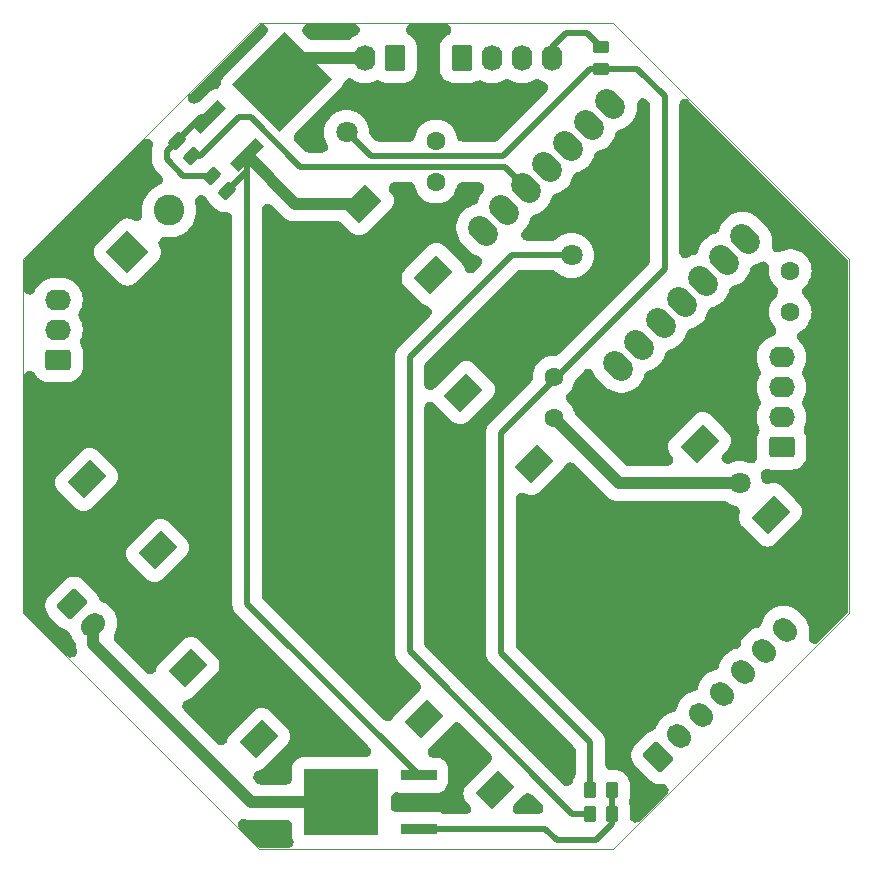
<source format=gbr>
%TF.GenerationSoftware,KiCad,Pcbnew,8.0.1*%
%TF.CreationDate,2024-05-24T22:02:00-04:00*%
%TF.ProjectId,MainPCBV3,4d61696e-5043-4425-9633-2e6b69636164,rev?*%
%TF.SameCoordinates,PX7270e00PY7bfa480*%
%TF.FileFunction,Copper,L1,Top*%
%TF.FilePolarity,Positive*%
%FSLAX45Y45*%
G04 Gerber Fmt 4.5, Leading zero omitted, Abs format (unit mm)*
G04 Created by KiCad (PCBNEW 8.0.1) date 2024-05-24 22:02:00*
%MOMM*%
%LPD*%
G01*
G04 APERTURE LIST*
G04 Aperture macros list*
%AMRoundRect*
0 Rectangle with rounded corners*
0 $1 Rounding radius*
0 $2 $3 $4 $5 $6 $7 $8 $9 X,Y pos of 4 corners*
0 Add a 4 corners polygon primitive as box body*
4,1,4,$2,$3,$4,$5,$6,$7,$8,$9,$2,$3,0*
0 Add four circle primitives for the rounded corners*
1,1,$1+$1,$2,$3*
1,1,$1+$1,$4,$5*
1,1,$1+$1,$6,$7*
1,1,$1+$1,$8,$9*
0 Add four rect primitives between the rounded corners*
20,1,$1+$1,$2,$3,$4,$5,0*
20,1,$1+$1,$4,$5,$6,$7,0*
20,1,$1+$1,$6,$7,$8,$9,0*
20,1,$1+$1,$8,$9,$2,$3,0*%
%AMHorizOval*
0 Thick line with rounded ends*
0 $1 width*
0 $2 $3 position (X,Y) of the first rounded end (center of the circle)*
0 $4 $5 position (X,Y) of the second rounded end (center of the circle)*
0 Add line between two ends*
20,1,$1,$2,$3,$4,$5,0*
0 Add two circle primitives to create the rounded ends*
1,1,$1,$2,$3*
1,1,$1,$4,$5*%
%AMRotRect*
0 Rectangle, with rotation*
0 The origin of the aperture is its center*
0 $1 length*
0 $2 width*
0 $3 Rotation angle, in degrees counterclockwise*
0 Add horizontal line*
21,1,$1,$2,0,0,$3*%
G04 Aperture macros list end*
%TA.AperFunction,ComponentPad*%
%ADD10C,1.600000*%
%TD*%
%TA.AperFunction,ComponentPad*%
%ADD11RotRect,2.600000X2.600000X45.000000*%
%TD*%
%TA.AperFunction,ComponentPad*%
%ADD12C,2.600000*%
%TD*%
%TA.AperFunction,ComponentPad*%
%ADD13RoundRect,0.250000X0.159099X-1.035911X1.035911X-0.159099X-0.159099X1.035911X-1.035911X0.159099X0*%
%TD*%
%TA.AperFunction,ComponentPad*%
%ADD14HorizOval,1.740000X-0.159099X0.159099X0.159099X-0.159099X0*%
%TD*%
%TA.AperFunction,ComponentPad*%
%ADD15HorizOval,1.998980X0.264918X-0.264918X-0.264918X0.264918X0*%
%TD*%
%TA.AperFunction,ComponentPad*%
%ADD16RotRect,2.748280X1.998980X45.000000*%
%TD*%
%TA.AperFunction,ComponentPad*%
%ADD17RoundRect,0.250000X0.845000X-0.620000X0.845000X0.620000X-0.845000X0.620000X-0.845000X-0.620000X0*%
%TD*%
%TA.AperFunction,ComponentPad*%
%ADD18O,2.190000X1.740000*%
%TD*%
%TA.AperFunction,SMDPad,CuDef*%
%ADD19RoundRect,0.250000X0.262500X0.450000X-0.262500X0.450000X-0.262500X-0.450000X0.262500X-0.450000X0*%
%TD*%
%TA.AperFunction,SMDPad,CuDef*%
%ADD20RoundRect,0.250000X-0.503814X-0.132583X-0.132583X-0.503814X0.503814X0.132583X0.132583X0.503814X0*%
%TD*%
%TA.AperFunction,SMDPad,CuDef*%
%ADD21RoundRect,0.250000X0.450000X-0.262500X0.450000X0.262500X-0.450000X0.262500X-0.450000X-0.262500X0*%
%TD*%
%TA.AperFunction,SMDPad,CuDef*%
%ADD22R,3.020000X0.970000*%
%TD*%
%TA.AperFunction,SMDPad,CuDef*%
%ADD23R,6.320000X5.670000*%
%TD*%
%TA.AperFunction,SMDPad,CuDef*%
%ADD24RotRect,3.020000X0.970000X225.000000*%
%TD*%
%TA.AperFunction,SMDPad,CuDef*%
%ADD25RotRect,6.320000X5.670000X45.000000*%
%TD*%
%TA.AperFunction,ComponentPad*%
%ADD26RoundRect,0.250000X-1.035911X-0.159099X-0.159099X-1.035911X1.035911X0.159099X0.159099X1.035911X0*%
%TD*%
%TA.AperFunction,ComponentPad*%
%ADD27HorizOval,1.740000X-0.159099X-0.159099X0.159099X0.159099X0*%
%TD*%
%TA.AperFunction,ComponentPad*%
%ADD28RoundRect,0.250000X0.620000X0.845000X-0.620000X0.845000X-0.620000X-0.845000X0.620000X-0.845000X0*%
%TD*%
%TA.AperFunction,ComponentPad*%
%ADD29O,1.740000X2.190000*%
%TD*%
%TA.AperFunction,ComponentPad*%
%ADD30RoundRect,0.250000X-0.620000X-0.845000X0.620000X-0.845000X0.620000X0.845000X-0.620000X0.845000X0*%
%TD*%
%TA.AperFunction,ViaPad*%
%ADD31C,1.800000*%
%TD*%
%TA.AperFunction,Conductor*%
%ADD32C,0.500000*%
%TD*%
%TA.AperFunction,Conductor*%
%ADD33C,1.000000*%
%TD*%
%TA.AperFunction,Profile*%
%ADD34C,0.100000*%
%TD*%
G04 APERTURE END LIST*
D10*
X6500000Y4900000D03*
X6500000Y4550000D03*
D11*
X887868Y5058579D03*
D12*
X1241421Y5412132D03*
D13*
X5381580Y781579D03*
D14*
X5561185Y961185D03*
X5740790Y1140790D03*
X5920395Y1320395D03*
X6100000Y1500000D03*
X6279605Y1679605D03*
X6459210Y1859210D03*
D15*
X4977715Y6314990D03*
X4798109Y6135385D03*
X4618504Y5955780D03*
X4438899Y5776175D03*
X4259294Y5596570D03*
X4079689Y5416965D03*
X3900084Y5237360D03*
X5043091Y4094353D03*
X5222696Y4273958D03*
X5402301Y4453563D03*
X5581906Y4633168D03*
X5761511Y4812773D03*
X5941116Y4992378D03*
X6120721Y5171983D03*
D16*
X542753Y3133794D03*
X1143794Y2532753D03*
X2876206Y5467247D03*
X3477247Y4866206D03*
X1398959Y1533794D03*
X2000000Y932753D03*
X3732412Y3867247D03*
X4333452Y3266206D03*
X3398959Y1101041D03*
X4000000Y500000D03*
X5732412Y3434493D03*
X6333452Y2833452D03*
D17*
X300000Y4146000D03*
D18*
X300000Y4400000D03*
X300000Y4654000D03*
D19*
X4991250Y300000D03*
X4808750Y300000D03*
D20*
X1308750Y6000000D03*
X1437797Y5870953D03*
D21*
X4900000Y6608750D03*
X4900000Y6791250D03*
D19*
X4991250Y500000D03*
X4808750Y500000D03*
D20*
X1600000Y5700000D03*
X1729047Y5570953D03*
D22*
X3353000Y171400D03*
X3353000Y628600D03*
D23*
X2700000Y400000D03*
D24*
X1576615Y6199904D03*
X1899904Y5876615D03*
D25*
X2200000Y6500000D03*
D17*
X6426200Y3403600D03*
D18*
X6426200Y3657600D03*
X6426200Y3911600D03*
X6426200Y4165600D03*
D26*
X420395Y2079605D03*
D27*
X600000Y1900000D03*
D28*
X3154000Y6700000D03*
D29*
X2900000Y6700000D03*
D30*
X3719000Y6698000D03*
D29*
X3973000Y6698000D03*
X4227000Y6698000D03*
X4481000Y6698000D03*
D10*
X3500000Y6000000D03*
X3500000Y5650000D03*
X4500000Y3650000D03*
X4500000Y4000000D03*
D31*
X4648200Y5029200D03*
X6070600Y3098800D03*
X2743200Y6070600D03*
D32*
X4653000Y300000D02*
X4808750Y300000D01*
X4648200Y5029200D02*
X4140200Y5029200D01*
X4140200Y5029200D02*
X3276600Y4165600D01*
X3276600Y4165600D02*
X3276600Y1676400D01*
X3276600Y1676400D02*
X4653000Y300000D01*
X4805350Y6608750D02*
X4900000Y6608750D01*
X2743200Y6070600D02*
X2946400Y5867400D01*
X2946400Y5867400D02*
X4064000Y5867400D01*
X4064000Y5867400D02*
X4805350Y6608750D01*
D33*
X2700000Y400000D02*
X1936800Y400000D01*
X1936800Y400000D02*
X600000Y1736800D01*
X600000Y1736800D02*
X600000Y1900000D01*
D32*
X4808750Y500000D02*
X4808750Y906250D01*
X4049997Y3529495D02*
X5435600Y4915097D01*
X4808750Y906250D02*
X4049997Y1665002D01*
X4049997Y1665002D02*
X4049997Y3529495D01*
X5435600Y4915097D02*
X5435600Y6375400D01*
X5202250Y6608750D02*
X4900000Y6608750D01*
X5435600Y6375400D02*
X5202250Y6608750D01*
X1437797Y5870953D02*
X1502153Y5870953D01*
X1930400Y6197600D02*
X2353000Y5775000D01*
X1502153Y5870953D02*
X1828800Y6197600D01*
X1828800Y6197600D02*
X1930400Y6197600D01*
X4080864Y5775000D02*
X4259294Y5596570D01*
X2353000Y5775000D02*
X4080864Y5775000D01*
X1308750Y6000000D02*
X1219200Y5910450D01*
X1219200Y5910450D02*
X1219200Y5842000D01*
X1219200Y5842000D02*
X1361200Y5700000D01*
X1361200Y5700000D02*
X1600000Y5700000D01*
X1576615Y6199904D02*
X1508654Y6199904D01*
X1508654Y6199904D02*
X1308750Y6000000D01*
X3353000Y628600D02*
X1899904Y2081696D01*
X1899904Y2081696D02*
X1899904Y5876615D01*
X4991250Y300000D02*
X4991250Y216050D01*
X4991250Y216050D02*
X4851400Y76200D01*
X4851400Y76200D02*
X4521200Y76200D01*
X4521200Y76200D02*
X4426000Y171400D01*
X4426000Y171400D02*
X3353000Y171400D01*
X4991250Y500000D02*
X4991250Y300000D01*
D33*
X5051200Y3098800D02*
X6070600Y3098800D01*
X4500000Y3650000D02*
X5051200Y3098800D01*
D32*
X4481000Y6698000D02*
X4481000Y6792400D01*
X4481000Y6792400D02*
X4597400Y6908800D01*
X4597400Y6908800D02*
X4782450Y6908800D01*
X4782450Y6908800D02*
X4900000Y6791250D01*
D33*
X2900000Y6700000D02*
X2400000Y6700000D01*
D32*
X2400000Y6700000D02*
X2200000Y6500000D01*
D33*
X2876206Y5467247D02*
X2309272Y5467247D01*
X2309272Y5467247D02*
X1899904Y5876615D01*
D32*
X1899904Y5876615D02*
X1899904Y5741810D01*
X1899904Y5741810D02*
X1729047Y5570953D01*
%TA.AperFunction,NonConductor*%
G36*
X2820091Y6987929D02*
G01*
X2833010Y6982029D01*
X2843744Y6972728D01*
X2851423Y6960779D01*
X2855424Y6947151D01*
X2855424Y6932948D01*
X2851423Y6919321D01*
X2843744Y6907372D01*
X2833010Y6898071D01*
X2825128Y6893949D01*
X2819702Y6891701D01*
X2817091Y6890620D01*
X2795859Y6878361D01*
X2795857Y6878360D01*
X2776406Y6863434D01*
X2775264Y6862433D01*
X2763362Y6854683D01*
X2749758Y6850601D01*
X2742363Y6850050D01*
X2459003Y6850050D01*
X2444944Y6852071D01*
X2432025Y6857971D01*
X2423718Y6864665D01*
X2383618Y6904765D01*
X2375107Y6916135D01*
X2370143Y6929443D01*
X2369130Y6943610D01*
X2372149Y6957488D01*
X2378956Y6969954D01*
X2388999Y6979997D01*
X2401464Y6986804D01*
X2415343Y6989823D01*
X2418903Y6989950D01*
X2806032Y6989950D01*
X2820091Y6987929D01*
G37*
%TD.AperFunction*%
%TA.AperFunction,NonConductor*%
G36*
X2041118Y6987929D02*
G01*
X2054037Y6982029D01*
X2064771Y6972728D01*
X2072450Y6960779D01*
X2076451Y6947151D01*
X2076451Y6932948D01*
X2072450Y6919321D01*
X2064771Y6907372D01*
X2062344Y6904765D01*
X1701240Y6543662D01*
X1701240Y6543661D01*
X1693548Y6534469D01*
X1693548Y6534469D01*
X1683674Y6516678D01*
X1677582Y6497263D01*
X1676270Y6484362D01*
X1672837Y6470580D01*
X1665660Y6458324D01*
X1655321Y6448586D01*
X1642657Y6442155D01*
X1631675Y6439766D01*
X1628850Y6439479D01*
X1628849Y6439479D01*
X1628849Y6439479D01*
X1624224Y6438028D01*
X1609434Y6433387D01*
X1591643Y6423513D01*
X1591643Y6423512D01*
X1582452Y6415822D01*
X1501340Y6334711D01*
X1489970Y6326200D01*
X1481134Y6322794D01*
X1481236Y6322480D01*
X1479371Y6321875D01*
X1479371Y6321875D01*
X1476973Y6321096D01*
X1464800Y6317140D01*
X1450805Y6314718D01*
X1436694Y6316337D01*
X1423612Y6321866D01*
X1412616Y6330857D01*
X1404600Y6342581D01*
X1400211Y6356089D01*
X1399805Y6370286D01*
X1403416Y6384023D01*
X1410750Y6396185D01*
X1414095Y6399882D01*
X1989547Y6975335D01*
X2000918Y6983846D01*
X2014225Y6988810D01*
X2024832Y6989950D01*
X2027059Y6989950D01*
X2041118Y6987929D01*
G37*
%TD.AperFunction*%
%TA.AperFunction,NonConductor*%
G36*
X3594880Y6987929D02*
G01*
X3607800Y6982029D01*
X3618534Y6972728D01*
X3626212Y6960779D01*
X3630214Y6947151D01*
X3630214Y6932948D01*
X3626212Y6919321D01*
X3618534Y6907372D01*
X3607800Y6898071D01*
X3601458Y6894617D01*
X3595038Y6891701D01*
X3576535Y6878882D01*
X3576534Y6878881D01*
X3560619Y6862966D01*
X3560618Y6862965D01*
X3547799Y6844462D01*
X3539399Y6825968D01*
X3538490Y6823968D01*
X3532990Y6802141D01*
X3531950Y6788922D01*
X3531950Y6788922D01*
X3531950Y6607079D01*
X3531950Y6607077D01*
X3532990Y6593859D01*
X3532990Y6593859D01*
X3538490Y6572032D01*
X3547799Y6551538D01*
X3560618Y6533035D01*
X3560619Y6533034D01*
X3576534Y6517119D01*
X3576535Y6517118D01*
X3595037Y6504299D01*
X3598477Y6502737D01*
X3615532Y6494990D01*
X3637359Y6489490D01*
X3650578Y6488450D01*
X3787422Y6488450D01*
X3800641Y6489490D01*
X3822468Y6494990D01*
X3842963Y6504299D01*
X3842963Y6504299D01*
X3844792Y6505337D01*
X3858016Y6510517D01*
X3872165Y6511762D01*
X3886091Y6508970D01*
X3888552Y6507931D01*
X3888583Y6508005D01*
X3890092Y6507380D01*
X3890092Y6507380D01*
X3912746Y6497997D01*
X3936430Y6491650D01*
X3960740Y6488450D01*
X3960740Y6488450D01*
X3985260Y6488450D01*
X3985260Y6488450D01*
X4009570Y6491650D01*
X4033254Y6497997D01*
X4055908Y6507380D01*
X4075050Y6518432D01*
X4088235Y6523711D01*
X4102374Y6525061D01*
X4116321Y6522373D01*
X4124950Y6518432D01*
X4144092Y6507380D01*
X4144092Y6507380D01*
X4144092Y6507380D01*
X4166746Y6497997D01*
X4190430Y6491650D01*
X4214740Y6488450D01*
X4214740Y6488450D01*
X4239260Y6488450D01*
X4239260Y6488450D01*
X4263570Y6491650D01*
X4287254Y6497997D01*
X4309908Y6507380D01*
X4329050Y6518432D01*
X4342236Y6523711D01*
X4356374Y6525061D01*
X4370321Y6522373D01*
X4378950Y6518432D01*
X4398092Y6507380D01*
X4398092Y6507380D01*
X4398092Y6507380D01*
X4420342Y6498164D01*
X4432556Y6490917D01*
X4442235Y6480522D01*
X4448592Y6467821D01*
X4451114Y6453844D01*
X4449596Y6439722D01*
X4444161Y6426600D01*
X4436530Y6416778D01*
X4026818Y6007065D01*
X4015448Y5998554D01*
X4002140Y5993590D01*
X3991533Y5992450D01*
X3726198Y5992450D01*
X3712139Y5994471D01*
X3699220Y6000371D01*
X3688486Y6009672D01*
X3680807Y6021621D01*
X3677549Y6031246D01*
X3674756Y6043483D01*
X3672533Y6053219D01*
X3672201Y6054067D01*
X3662674Y6078340D01*
X3662674Y6078340D01*
X3649181Y6101710D01*
X3643575Y6108740D01*
X3632356Y6122808D01*
X3612574Y6141163D01*
X3590278Y6156365D01*
X3590278Y6156365D01*
X3590277Y6156365D01*
X3581943Y6160379D01*
X3565965Y6168073D01*
X3565965Y6168074D01*
X3565964Y6168074D01*
X3565964Y6168074D01*
X3540177Y6176028D01*
X3540177Y6176028D01*
X3540177Y6176028D01*
X3529580Y6177625D01*
X3513493Y6180050D01*
X3486507Y6180050D01*
X3474146Y6178187D01*
X3459823Y6176028D01*
X3444858Y6171412D01*
X3434036Y6168074D01*
X3434035Y6168074D01*
X3434035Y6168073D01*
X3409723Y6156365D01*
X3409722Y6156365D01*
X3387426Y6141163D01*
X3367644Y6122808D01*
X3350819Y6101711D01*
X3350818Y6101709D01*
X3337326Y6078340D01*
X3337325Y6078340D01*
X3327467Y6053220D01*
X3322451Y6031246D01*
X3317352Y6017990D01*
X3308725Y6006707D01*
X3297269Y5998312D01*
X3283911Y5993485D01*
X3273802Y5992450D01*
X3018867Y5992450D01*
X3004808Y5994471D01*
X2991889Y6000371D01*
X2983582Y6007065D01*
X2947950Y6042697D01*
X2939439Y6054067D01*
X2934475Y6067375D01*
X2933462Y6074421D01*
X2931796Y6097716D01*
X2926017Y6124280D01*
X2916517Y6149751D01*
X2916517Y6149752D01*
X2903489Y6173611D01*
X2903489Y6173611D01*
X2887197Y6195374D01*
X2887197Y6195375D01*
X2887196Y6195375D01*
X2867975Y6214597D01*
X2867974Y6214597D01*
X2867974Y6214597D01*
X2846211Y6230889D01*
X2846211Y6230889D01*
X2822351Y6243917D01*
X2796880Y6253418D01*
X2770317Y6259196D01*
X2770316Y6259196D01*
X2770316Y6259196D01*
X2743200Y6261135D01*
X2716084Y6259196D01*
X2716084Y6259196D01*
X2716083Y6259196D01*
X2689520Y6253418D01*
X2664048Y6243917D01*
X2640189Y6230889D01*
X2618425Y6214597D01*
X2599203Y6195375D01*
X2582911Y6173611D01*
X2569883Y6149752D01*
X2560382Y6124280D01*
X2554604Y6097717D01*
X2554604Y6097716D01*
X2554604Y6097716D01*
X2552665Y6070600D01*
X2554534Y6044468D01*
X2554604Y6043483D01*
X2560382Y6016920D01*
X2568212Y5995928D01*
X2569883Y5991449D01*
X2579211Y5974366D01*
X2579485Y5973864D01*
X2584448Y5960557D01*
X2585461Y5946390D01*
X2582442Y5932512D01*
X2575635Y5920046D01*
X2565592Y5910003D01*
X2553127Y5903196D01*
X2539248Y5900177D01*
X2535688Y5900050D01*
X2425467Y5900050D01*
X2411408Y5902071D01*
X2398489Y5907971D01*
X2390182Y5914665D01*
X2308919Y5995928D01*
X2300407Y6007298D01*
X2295444Y6020606D01*
X2294431Y6034773D01*
X2297450Y6048651D01*
X2304257Y6061117D01*
X2308919Y6066498D01*
X2503557Y6261135D01*
X2698760Y6456339D01*
X2706451Y6465531D01*
X2716326Y6483322D01*
X2720106Y6495367D01*
X2726243Y6508175D01*
X2735740Y6518736D01*
X2747828Y6526193D01*
X2761527Y6529943D01*
X2775727Y6529682D01*
X2789279Y6525430D01*
X2795441Y6521918D01*
X2795857Y6521641D01*
X2795858Y6521640D01*
X2795859Y6521639D01*
X2795860Y6521639D01*
X2817091Y6509380D01*
X2817092Y6509380D01*
X2817092Y6509380D01*
X2839746Y6499997D01*
X2863430Y6493650D01*
X2887740Y6490450D01*
X2887740Y6490450D01*
X2912260Y6490450D01*
X2912260Y6490450D01*
X2936570Y6493650D01*
X2960254Y6499997D01*
X2982908Y6509380D01*
X2982908Y6509380D01*
X2984417Y6510005D01*
X2984551Y6509682D01*
X2995001Y6513094D01*
X3009198Y6513520D01*
X3022939Y6509930D01*
X3028208Y6507337D01*
X3030037Y6506299D01*
X3050532Y6496990D01*
X3072359Y6491490D01*
X3085578Y6490450D01*
X3222422Y6490450D01*
X3235641Y6491490D01*
X3257468Y6496990D01*
X3277963Y6506299D01*
X3296465Y6519118D01*
X3312382Y6535035D01*
X3325201Y6553537D01*
X3334510Y6574032D01*
X3340010Y6595859D01*
X3341050Y6609078D01*
X3341050Y6790922D01*
X3340010Y6804141D01*
X3334510Y6825968D01*
X3326109Y6844462D01*
X3325201Y6846462D01*
X3312382Y6864965D01*
X3312381Y6864966D01*
X3296466Y6880881D01*
X3296465Y6880882D01*
X3277963Y6893701D01*
X3277417Y6893948D01*
X3275945Y6894617D01*
X3263981Y6902271D01*
X3254658Y6912986D01*
X3248732Y6925894D01*
X3246682Y6939948D01*
X3248674Y6954010D01*
X3254548Y6966942D01*
X3263827Y6977695D01*
X3275759Y6985398D01*
X3289379Y6989427D01*
X3296581Y6989950D01*
X3580822Y6989950D01*
X3594880Y6987929D01*
G37*
%TD.AperFunction*%
%TA.AperFunction,NonConductor*%
G36*
X6287878Y4975879D02*
G01*
X6300502Y4969371D01*
X6310781Y4959570D01*
X6317883Y4947270D01*
X6321232Y4933467D01*
X6321318Y4924995D01*
X6319777Y4904425D01*
X6319445Y4900000D01*
X6321462Y4873090D01*
X6321462Y4873089D01*
X6327467Y4846780D01*
X6337325Y4821661D01*
X6337326Y4821660D01*
X6350818Y4798291D01*
X6350819Y4798289D01*
X6367644Y4777192D01*
X6367644Y4777192D01*
X6367644Y4777192D01*
X6368826Y4776095D01*
X6384470Y4761579D01*
X6393401Y4750535D01*
X6398858Y4737423D01*
X6400400Y4723304D01*
X6397902Y4709322D01*
X6391566Y4696611D01*
X6384470Y4688421D01*
X6367644Y4672808D01*
X6350819Y4651711D01*
X6350818Y4651710D01*
X6337326Y4628340D01*
X6337325Y4628340D01*
X6327467Y4603220D01*
X6324260Y4589169D01*
X6321462Y4576910D01*
X6319445Y4550000D01*
X6321462Y4523090D01*
X6322617Y4518028D01*
X6327467Y4496780D01*
X6337325Y4471661D01*
X6337326Y4471660D01*
X6350818Y4448291D01*
X6350819Y4448289D01*
X6367644Y4427192D01*
X6368913Y4425823D01*
X6368636Y4425566D01*
X6375282Y4417350D01*
X6380742Y4404238D01*
X6382286Y4390119D01*
X6379790Y4376137D01*
X6373456Y4363425D01*
X6363797Y4353012D01*
X6351596Y4345742D01*
X6345331Y4343609D01*
X6343447Y4343104D01*
X6343446Y4343103D01*
X6343446Y4343103D01*
X6332149Y4338424D01*
X6320791Y4333720D01*
X6299559Y4321461D01*
X6299557Y4321460D01*
X6280105Y4306533D01*
X6262767Y4289195D01*
X6247840Y4269743D01*
X6247839Y4269741D01*
X6235580Y4248509D01*
X6226196Y4225854D01*
X6219850Y4202170D01*
X6216650Y4177860D01*
X6216650Y4153340D01*
X6219850Y4129030D01*
X6224966Y4109937D01*
X6226197Y4105346D01*
X6229746Y4096776D01*
X6235580Y4082692D01*
X6246632Y4063550D01*
X6251910Y4050364D01*
X6253261Y4036226D01*
X6250573Y4022279D01*
X6246632Y4013650D01*
X6235580Y3994508D01*
X6226196Y3971854D01*
X6219850Y3948170D01*
X6216650Y3923860D01*
X6216650Y3899340D01*
X6219850Y3875030D01*
X6225464Y3854079D01*
X6226197Y3851346D01*
X6232434Y3836288D01*
X6235580Y3828692D01*
X6246632Y3809550D01*
X6251910Y3796364D01*
X6253261Y3782226D01*
X6250573Y3768279D01*
X6246632Y3759650D01*
X6235580Y3740508D01*
X6226196Y3717854D01*
X6219850Y3694170D01*
X6216650Y3669860D01*
X6216650Y3645340D01*
X6219850Y3621030D01*
X6226196Y3597346D01*
X6236205Y3573183D01*
X6235886Y3573051D01*
X6239304Y3562541D01*
X6239714Y3548344D01*
X6236107Y3534607D01*
X6233538Y3529393D01*
X6232499Y3527563D01*
X6227514Y3516588D01*
X6223190Y3507068D01*
X6217690Y3485241D01*
X6216856Y3474643D01*
X6216650Y3472022D01*
X6216650Y3335179D01*
X6216650Y3335177D01*
X6217646Y3322521D01*
X6216734Y3308347D01*
X6211865Y3295004D01*
X6203435Y3283574D01*
X6192126Y3274981D01*
X6178854Y3269923D01*
X6164695Y3268809D01*
X6150795Y3271729D01*
X6150462Y3271852D01*
X6124280Y3281618D01*
X6097717Y3287396D01*
X6097716Y3287396D01*
X6097716Y3287396D01*
X6070600Y3289335D01*
X6043484Y3287396D01*
X6043484Y3287396D01*
X6043483Y3287396D01*
X6016920Y3281618D01*
X5991448Y3272117D01*
X5990804Y3271765D01*
X5990116Y3271509D01*
X5989828Y3271377D01*
X5989818Y3271398D01*
X5977496Y3266802D01*
X5963330Y3265789D01*
X5949451Y3268809D01*
X5936986Y3275616D01*
X5926943Y3285659D01*
X5920137Y3298125D01*
X5917118Y3312004D01*
X5918132Y3326171D01*
X5923095Y3339478D01*
X5931606Y3350846D01*
X5975102Y3394343D01*
X5982793Y3403535D01*
X5992668Y3421326D01*
X5998760Y3440741D01*
X6000819Y3460985D01*
X5998760Y3481229D01*
X5992668Y3500644D01*
X5982793Y3518435D01*
X5975102Y3527627D01*
X5940188Y3562541D01*
X5825546Y3677183D01*
X5825546Y3677184D01*
X5825545Y3677184D01*
X5816353Y3684875D01*
X5816354Y3684875D01*
X5816353Y3684875D01*
X5798563Y3694750D01*
X5798562Y3694750D01*
X5779147Y3700842D01*
X5779147Y3700842D01*
X5758903Y3702900D01*
X5738660Y3700842D01*
X5719245Y3694750D01*
X5719244Y3694750D01*
X5701453Y3684875D01*
X5701452Y3684875D01*
X5692262Y3677185D01*
X5489720Y3474643D01*
X5482030Y3465452D01*
X5472155Y3447661D01*
X5472155Y3447660D01*
X5466063Y3428245D01*
X5464005Y3408001D01*
X5466063Y3387758D01*
X5469600Y3376485D01*
X5472155Y3368343D01*
X5482030Y3350551D01*
X5489721Y3341359D01*
X5489721Y3341359D01*
X5489721Y3341359D01*
X5497045Y3334035D01*
X5505557Y3322664D01*
X5510520Y3309357D01*
X5511534Y3295190D01*
X5508515Y3281312D01*
X5501708Y3268846D01*
X5491665Y3258803D01*
X5479199Y3251996D01*
X5465321Y3248977D01*
X5461761Y3248850D01*
X5134022Y3248850D01*
X5119963Y3250871D01*
X5107044Y3256771D01*
X5098737Y3263465D01*
X4686706Y3675497D01*
X4678195Y3686867D01*
X4673342Y3699677D01*
X4672533Y3703219D01*
X4662674Y3728340D01*
X4649182Y3751710D01*
X4649181Y3751711D01*
X4632356Y3772808D01*
X4624946Y3779684D01*
X4615530Y3788421D01*
X4606599Y3799465D01*
X4601142Y3812577D01*
X4599600Y3826696D01*
X4602098Y3840678D01*
X4608434Y3853389D01*
X4615530Y3861579D01*
X4632356Y3877191D01*
X4649182Y3898290D01*
X4662674Y3921660D01*
X4672533Y3946780D01*
X4677735Y3969568D01*
X4682833Y3982824D01*
X4691098Y3993749D01*
X4752608Y4055258D01*
X4763978Y4063770D01*
X4777285Y4068733D01*
X4791452Y4069746D01*
X4805331Y4066727D01*
X4817796Y4059920D01*
X4827839Y4049877D01*
X4833994Y4039069D01*
X4836840Y4032197D01*
X4849949Y4009492D01*
X4849950Y4009492D01*
X4865908Y3988694D01*
X4865909Y3988693D01*
X4865909Y3988693D01*
X4937431Y3917171D01*
X4958231Y3901211D01*
X4958231Y3901211D01*
X4958231Y3901211D01*
X4963290Y3898290D01*
X4980936Y3888102D01*
X5005157Y3878069D01*
X5030481Y3871284D01*
X5056474Y3867862D01*
X5082691Y3867862D01*
X5108684Y3871284D01*
X5134008Y3878069D01*
X5158230Y3888102D01*
X5180934Y3901211D01*
X5201734Y3917171D01*
X5220272Y3935709D01*
X5236232Y3956509D01*
X5249341Y3979214D01*
X5259374Y4003435D01*
X5263380Y4018384D01*
X5268970Y4031440D01*
X5278013Y4042393D01*
X5289776Y4050354D01*
X5298664Y4053669D01*
X5313613Y4057674D01*
X5337835Y4067707D01*
X5360540Y4080816D01*
X5381339Y4096776D01*
X5399878Y4115314D01*
X5415838Y4136114D01*
X5428946Y4158819D01*
X5438979Y4183040D01*
X5442985Y4197990D01*
X5448576Y4211046D01*
X5457618Y4221998D01*
X5469381Y4229959D01*
X5478269Y4233274D01*
X5493218Y4237280D01*
X5517440Y4247313D01*
X5540145Y4260421D01*
X5560944Y4276381D01*
X5579483Y4294920D01*
X5595443Y4315719D01*
X5608551Y4338424D01*
X5618584Y4362646D01*
X5622590Y4377595D01*
X5628181Y4390651D01*
X5637223Y4401603D01*
X5648986Y4409564D01*
X5657873Y4412879D01*
X5672823Y4416885D01*
X5697045Y4426918D01*
X5719750Y4440026D01*
X5740549Y4455986D01*
X5759088Y4474525D01*
X5775048Y4495324D01*
X5788156Y4518029D01*
X5798189Y4542251D01*
X5802195Y4557200D01*
X5807786Y4570256D01*
X5816829Y4581208D01*
X5828591Y4589169D01*
X5837479Y4592484D01*
X5852429Y4596490D01*
X5876650Y4606523D01*
X5899355Y4619632D01*
X5920155Y4635592D01*
X5938693Y4654130D01*
X5954653Y4674930D01*
X5967762Y4697634D01*
X5977794Y4721856D01*
X5981800Y4736805D01*
X5987391Y4749861D01*
X5996434Y4760813D01*
X6008196Y4768774D01*
X6017084Y4772089D01*
X6032034Y4776095D01*
X6056255Y4786128D01*
X6078960Y4799237D01*
X6099760Y4815197D01*
X6118298Y4833735D01*
X6134258Y4854535D01*
X6147367Y4877239D01*
X6157400Y4901461D01*
X6161405Y4916411D01*
X6166996Y4929466D01*
X6176039Y4940418D01*
X6187801Y4948379D01*
X6196689Y4951695D01*
X6211639Y4955700D01*
X6235860Y4965733D01*
X6246608Y4971938D01*
X6259793Y4977217D01*
X6273931Y4978567D01*
X6287878Y4975879D01*
G37*
%TD.AperFunction*%
%TA.AperFunction,NonConductor*%
G36*
X3289596Y5647929D02*
G01*
X3302515Y5642029D01*
X3313249Y5632728D01*
X3320928Y5620779D01*
X3324186Y5611154D01*
X3327467Y5596780D01*
X3337325Y5571661D01*
X3337326Y5571660D01*
X3350818Y5548291D01*
X3350819Y5548289D01*
X3367644Y5527192D01*
X3367644Y5527192D01*
X3367644Y5527192D01*
X3387426Y5508837D01*
X3409723Y5493635D01*
X3434036Y5481926D01*
X3459823Y5473972D01*
X3486507Y5469950D01*
X3486507Y5469950D01*
X3513492Y5469950D01*
X3513493Y5469950D01*
X3540177Y5473972D01*
X3565964Y5481926D01*
X3590277Y5493635D01*
X3612574Y5508837D01*
X3632356Y5527192D01*
X3649181Y5548290D01*
X3662674Y5571660D01*
X3672533Y5596780D01*
X3675814Y5611154D01*
X3680913Y5624410D01*
X3689540Y5635693D01*
X3700996Y5644088D01*
X3714354Y5648915D01*
X3724463Y5649950D01*
X3858365Y5649950D01*
X3872423Y5647929D01*
X3885343Y5642029D01*
X3896077Y5632728D01*
X3903755Y5620779D01*
X3907757Y5607151D01*
X3907757Y5592948D01*
X3903755Y5579321D01*
X3897953Y5569673D01*
X3886548Y5554809D01*
X3886547Y5554809D01*
X3873438Y5532103D01*
X3863406Y5507882D01*
X3863405Y5507882D01*
X3859400Y5492933D01*
X3853809Y5479877D01*
X3844766Y5468924D01*
X3833003Y5460964D01*
X3824116Y5457649D01*
X3809167Y5453643D01*
X3809167Y5453643D01*
X3784945Y5443610D01*
X3762240Y5430501D01*
X3762239Y5430501D01*
X3741441Y5414542D01*
X3741440Y5414541D01*
X3722903Y5396003D01*
X3722901Y5396002D01*
X3706942Y5375204D01*
X3706942Y5375203D01*
X3693833Y5352498D01*
X3683801Y5328277D01*
X3677015Y5302953D01*
X3673593Y5276960D01*
X3673593Y5250743D01*
X3677015Y5224750D01*
X3683801Y5199426D01*
X3693833Y5175205D01*
X3706942Y5152500D01*
X3706942Y5152499D01*
X3722901Y5131701D01*
X3722902Y5131700D01*
X3722902Y5131700D01*
X3794424Y5060178D01*
X3815224Y5044218D01*
X3837928Y5031109D01*
X3858971Y5022393D01*
X3871186Y5015146D01*
X3880864Y5004751D01*
X3887221Y4992050D01*
X3889743Y4978073D01*
X3888225Y4963951D01*
X3882790Y4950829D01*
X3875160Y4941008D01*
X3850562Y4916410D01*
X3826552Y4892400D01*
X3815182Y4883888D01*
X3801875Y4878925D01*
X3787708Y4877912D01*
X3773829Y4880931D01*
X3761364Y4887738D01*
X3751321Y4897781D01*
X3744514Y4910246D01*
X3743656Y4912746D01*
X3737504Y4932356D01*
X3737504Y4932356D01*
X3737503Y4932356D01*
X3727628Y4950148D01*
X3719937Y4959340D01*
X3683440Y4995837D01*
X3570381Y5108896D01*
X3570381Y5108896D01*
X3570380Y5108897D01*
X3561856Y5116029D01*
X3561188Y5116588D01*
X3543398Y5126462D01*
X3543397Y5126463D01*
X3523982Y5132554D01*
X3523982Y5132554D01*
X3503738Y5134613D01*
X3483495Y5132554D01*
X3464080Y5126463D01*
X3464079Y5126462D01*
X3446288Y5116588D01*
X3446287Y5116587D01*
X3437097Y5108897D01*
X3234555Y4906355D01*
X3226865Y4897164D01*
X3216990Y4879373D01*
X3216989Y4879372D01*
X3210898Y4859958D01*
X3208840Y4839714D01*
X3210898Y4819470D01*
X3213913Y4809860D01*
X3216990Y4800055D01*
X3226865Y4782264D01*
X3234556Y4773072D01*
X3234556Y4773071D01*
X3234556Y4773071D01*
X3384112Y4623516D01*
X3384112Y4623515D01*
X3384113Y4623515D01*
X3388753Y4619632D01*
X3393305Y4615824D01*
X3411095Y4605949D01*
X3411096Y4605949D01*
X3411096Y4605949D01*
X3411096Y4605949D01*
X3411097Y4605949D01*
X3430706Y4599796D01*
X3443515Y4593659D01*
X3454075Y4584162D01*
X3461533Y4572074D01*
X3465282Y4558375D01*
X3465021Y4544174D01*
X3460769Y4530623D01*
X3452871Y4518818D01*
X3451052Y4516900D01*
X3181217Y4247065D01*
X3181217Y4247065D01*
X3171198Y4233274D01*
X3169648Y4231141D01*
X3169647Y4231140D01*
X3160712Y4213603D01*
X3160712Y4213603D01*
X3156997Y4202170D01*
X3155843Y4198619D01*
X3155843Y4198618D01*
X3154629Y4194883D01*
X3154629Y4194882D01*
X3151550Y4175442D01*
X3151550Y1666558D01*
X3154629Y1647117D01*
X3154629Y1647117D01*
X3160711Y1628399D01*
X3160712Y1628397D01*
X3166144Y1617736D01*
X3169648Y1610859D01*
X3181217Y1594935D01*
X3181217Y1594935D01*
X3360363Y1415790D01*
X3368874Y1404420D01*
X3373838Y1391112D01*
X3374851Y1376945D01*
X3371832Y1363067D01*
X3365025Y1350601D01*
X3359549Y1344556D01*
X3359591Y1344514D01*
X3156268Y1141190D01*
X3148577Y1131999D01*
X3137474Y1111995D01*
X3137166Y1112166D01*
X3131983Y1103680D01*
X3121465Y1094135D01*
X3108684Y1087941D01*
X3094676Y1085598D01*
X3080575Y1087296D01*
X3067524Y1092899D01*
X3058247Y1100200D01*
X2039569Y2118878D01*
X2031058Y2130248D01*
X2026094Y2143556D01*
X2024954Y2154163D01*
X2024954Y5418893D01*
X2026975Y5432951D01*
X2032875Y5445871D01*
X2042176Y5456605D01*
X2054125Y5464283D01*
X2067752Y5468285D01*
X2081955Y5468285D01*
X2095583Y5464283D01*
X2107531Y5456605D01*
X2110136Y5454179D01*
X2188034Y5376281D01*
X2211521Y5352795D01*
X2230628Y5338912D01*
X2237732Y5335293D01*
X2251673Y5328190D01*
X2274135Y5320891D01*
X2297463Y5317197D01*
X2321081Y5317197D01*
X2669762Y5317197D01*
X2683820Y5315175D01*
X2696740Y5309275D01*
X2705046Y5302581D01*
X2783071Y5224557D01*
X2783072Y5224556D01*
X2783072Y5224556D01*
X2783073Y5224555D01*
X2792264Y5216865D01*
X2810054Y5206990D01*
X2810055Y5206990D01*
X2810055Y5206990D01*
X2829470Y5200898D01*
X2829470Y5200898D01*
X2831529Y5200689D01*
X2849714Y5198840D01*
X2869958Y5200898D01*
X2889373Y5206990D01*
X2907164Y5216865D01*
X2916356Y5224556D01*
X3118896Y5427096D01*
X3126588Y5436288D01*
X3136463Y5454080D01*
X3142554Y5473495D01*
X3144613Y5493738D01*
X3142554Y5513982D01*
X3136463Y5533397D01*
X3126588Y5551189D01*
X3118897Y5560381D01*
X3114512Y5564765D01*
X3106000Y5576136D01*
X3101037Y5589443D01*
X3100024Y5603610D01*
X3103043Y5617488D01*
X3109849Y5629954D01*
X3119892Y5639997D01*
X3132358Y5646804D01*
X3146237Y5649823D01*
X3149796Y5649950D01*
X3275537Y5649950D01*
X3289596Y5647929D01*
G37*
%TD.AperFunction*%
%TA.AperFunction,NonConductor*%
G36*
X1071944Y6016478D02*
G01*
X1084410Y6009671D01*
X1094453Y5999628D01*
X1101260Y5987162D01*
X1104279Y5973284D01*
X1103266Y5959117D01*
X1101964Y5954304D01*
X1097229Y5939733D01*
X1094150Y5920292D01*
X1094150Y5832158D01*
X1097229Y5812717D01*
X1097229Y5812717D01*
X1103311Y5793999D01*
X1103312Y5793997D01*
X1111158Y5778599D01*
X1112248Y5776459D01*
X1123817Y5760535D01*
X1123817Y5760535D01*
X1175613Y5708740D01*
X1184125Y5697370D01*
X1189088Y5684062D01*
X1190101Y5669895D01*
X1187082Y5656017D01*
X1180275Y5643551D01*
X1170232Y5633508D01*
X1157767Y5626701D01*
X1156369Y5626203D01*
X1153196Y5625126D01*
X1126150Y5611789D01*
X1126149Y5611788D01*
X1101076Y5595035D01*
X1101075Y5595034D01*
X1078402Y5575151D01*
X1058519Y5552478D01*
X1058518Y5552477D01*
X1041765Y5527405D01*
X1041765Y5527404D01*
X1028427Y5500357D01*
X1018733Y5471802D01*
X1018733Y5471801D01*
X1012850Y5442225D01*
X1012082Y5430501D01*
X1010878Y5412132D01*
X1012850Y5382040D01*
X1012850Y5382040D01*
X1012850Y5382039D01*
X1012981Y5381381D01*
X1013011Y5380814D01*
X1013063Y5380420D01*
X1013033Y5380416D01*
X1013741Y5367199D01*
X1010474Y5353376D01*
X1003446Y5341034D01*
X993225Y5331172D01*
X980640Y5324589D01*
X966710Y5321819D01*
X952563Y5323085D01*
X939823Y5328017D01*
X939355Y5328277D01*
X927527Y5334842D01*
X908112Y5340934D01*
X908111Y5340934D01*
X887868Y5342992D01*
X867625Y5340934D01*
X867624Y5340934D01*
X848209Y5334842D01*
X830418Y5324967D01*
X821226Y5317276D01*
X821225Y5317276D01*
X629171Y5125222D01*
X629170Y5125220D01*
X621480Y5116030D01*
X621479Y5116029D01*
X611604Y5098238D01*
X605513Y5078822D01*
X605513Y5078822D01*
X603454Y5058579D01*
X605513Y5038335D01*
X605513Y5038335D01*
X611604Y5018920D01*
X621157Y5001710D01*
X621479Y5001128D01*
X629170Y4991936D01*
X629171Y4991936D01*
X629171Y4991936D01*
X821225Y4799882D01*
X821226Y4799881D01*
X830417Y4792191D01*
X830418Y4792190D01*
X830418Y4792190D01*
X848209Y4782315D01*
X867624Y4776223D01*
X887868Y4774165D01*
X908112Y4776223D01*
X927527Y4782315D01*
X945318Y4792190D01*
X954510Y4799881D01*
X1146566Y4991936D01*
X1154257Y5001128D01*
X1164132Y5018920D01*
X1170223Y5038335D01*
X1172282Y5058579D01*
X1170223Y5078822D01*
X1164132Y5098237D01*
X1157306Y5110534D01*
X1152251Y5123807D01*
X1151140Y5137966D01*
X1154063Y5151865D01*
X1160784Y5164378D01*
X1170757Y5174490D01*
X1183176Y5181383D01*
X1197033Y5184498D01*
X1209706Y5183749D01*
X1209709Y5183774D01*
X1210063Y5183728D01*
X1210672Y5183691D01*
X1210929Y5183640D01*
X1211329Y5183561D01*
X1241421Y5181588D01*
X1271513Y5183561D01*
X1301091Y5189444D01*
X1329647Y5199138D01*
X1356693Y5212475D01*
X1381768Y5229230D01*
X1398736Y5244111D01*
X1404441Y5249113D01*
X1412516Y5258322D01*
X1424324Y5271786D01*
X1441078Y5296860D01*
X1454416Y5323907D01*
X1464109Y5352463D01*
X1469993Y5382040D01*
X1471965Y5412132D01*
X1469993Y5442224D01*
X1464109Y5471801D01*
X1462755Y5475792D01*
X1460150Y5489754D01*
X1461584Y5503884D01*
X1466941Y5517038D01*
X1475787Y5528150D01*
X1487405Y5536320D01*
X1500854Y5540885D01*
X1515045Y5541477D01*
X1528827Y5538046D01*
X1531659Y5536789D01*
X1532264Y5536498D01*
X1532265Y5536497D01*
X1535242Y5535380D01*
X1547694Y5528548D01*
X1557716Y5518485D01*
X1564427Y5506196D01*
X1565544Y5503219D01*
X1565544Y5503218D01*
X1577089Y5483896D01*
X1577089Y5483895D01*
X1585700Y5473813D01*
X1585701Y5473812D01*
X1585701Y5473812D01*
X1631906Y5427607D01*
X1641989Y5418995D01*
X1661312Y5407450D01*
X1661313Y5407450D01*
X1661313Y5407450D01*
X1682386Y5399541D01*
X1682386Y5399541D01*
X1682386Y5399541D01*
X1704534Y5395522D01*
X1704534Y5395522D01*
X1724954Y5395522D01*
X1739012Y5393500D01*
X1751932Y5387600D01*
X1762666Y5378299D01*
X1770344Y5366351D01*
X1774346Y5352723D01*
X1774854Y5345622D01*
X1774854Y2071854D01*
X1777933Y2052414D01*
X1777933Y2052413D01*
X1784015Y2033695D01*
X1784016Y2033693D01*
X1790966Y2020052D01*
X1792951Y2016156D01*
X1804521Y2000232D01*
X1804521Y2000231D01*
X2936018Y868735D01*
X2944530Y857364D01*
X2949493Y844057D01*
X2950506Y829890D01*
X2947487Y816012D01*
X2940680Y803546D01*
X2930637Y793503D01*
X2918172Y786696D01*
X2904293Y783677D01*
X2900733Y783550D01*
X2378197Y783550D01*
X2366258Y782489D01*
X2346695Y776891D01*
X2346694Y776890D01*
X2328659Y767470D01*
X2328659Y767470D01*
X2312889Y754611D01*
X2312889Y754611D01*
X2300030Y738841D01*
X2300030Y738841D01*
X2290610Y720806D01*
X2290609Y720805D01*
X2285011Y701242D01*
X2285011Y701242D01*
X2283950Y689304D01*
X2283950Y689303D01*
X2283950Y599950D01*
X2281929Y585892D01*
X2276029Y572972D01*
X2266728Y562238D01*
X2254779Y554559D01*
X2241152Y550558D01*
X2234050Y550050D01*
X2019622Y550050D01*
X2005563Y552071D01*
X1992644Y557971D01*
X1984337Y564665D01*
X1967059Y581943D01*
X1958548Y593313D01*
X1953584Y606621D01*
X1952571Y620788D01*
X1955590Y634666D01*
X1962397Y647132D01*
X1972440Y657175D01*
X1984906Y663982D01*
X1992299Y666107D01*
X1993751Y666405D01*
X1993752Y666405D01*
X2013167Y672497D01*
X2030958Y682372D01*
X2040150Y690063D01*
X2242691Y892603D01*
X2250382Y901795D01*
X2260257Y919586D01*
X2266348Y939001D01*
X2268407Y959245D01*
X2266348Y979489D01*
X2260257Y998904D01*
X2250382Y1016695D01*
X2242691Y1025887D01*
X2206134Y1062445D01*
X2093135Y1175444D01*
X2093134Y1175444D01*
X2093134Y1175444D01*
X2090070Y1178008D01*
X2083942Y1183135D01*
X2066151Y1193010D01*
X2066150Y1193011D01*
X2046735Y1199102D01*
X2046736Y1199102D01*
X2026492Y1201160D01*
X2006248Y1199102D01*
X1986833Y1193011D01*
X1986832Y1193010D01*
X1969042Y1183136D01*
X1969041Y1183135D01*
X1959850Y1175445D01*
X1757308Y972903D01*
X1749618Y963712D01*
X1739743Y945921D01*
X1739743Y945920D01*
X1733651Y926505D01*
X1733353Y925051D01*
X1728542Y911688D01*
X1720162Y900220D01*
X1708890Y891579D01*
X1695641Y886463D01*
X1681487Y885287D01*
X1667574Y888146D01*
X1655031Y894810D01*
X1649190Y899813D01*
X1366019Y1182984D01*
X1357507Y1194354D01*
X1352544Y1207662D01*
X1351530Y1221829D01*
X1354549Y1235707D01*
X1361356Y1248173D01*
X1371399Y1258216D01*
X1383865Y1265023D01*
X1391259Y1267147D01*
X1392710Y1267446D01*
X1392711Y1267446D01*
X1412126Y1273537D01*
X1429918Y1283412D01*
X1439110Y1291103D01*
X1641650Y1493644D01*
X1649341Y1502836D01*
X1659216Y1520627D01*
X1665308Y1540042D01*
X1667366Y1560286D01*
X1665308Y1580530D01*
X1659216Y1599945D01*
X1649341Y1617736D01*
X1641650Y1626928D01*
X1606350Y1662228D01*
X1492094Y1776484D01*
X1492093Y1776485D01*
X1492093Y1776485D01*
X1487954Y1779948D01*
X1482901Y1784176D01*
X1465110Y1794051D01*
X1465109Y1794051D01*
X1445694Y1800143D01*
X1445695Y1800143D01*
X1425451Y1802201D01*
X1405207Y1800143D01*
X1385793Y1794051D01*
X1385791Y1794051D01*
X1368001Y1784176D01*
X1368000Y1784176D01*
X1358809Y1776486D01*
X1156268Y1573944D01*
X1148578Y1564753D01*
X1138702Y1546962D01*
X1138702Y1546961D01*
X1132611Y1527546D01*
X1132312Y1526092D01*
X1127502Y1512728D01*
X1119121Y1501261D01*
X1107850Y1492620D01*
X1094600Y1487504D01*
X1080446Y1486328D01*
X1066534Y1489187D01*
X1053991Y1495850D01*
X1048149Y1500854D01*
X786204Y1762798D01*
X777693Y1774169D01*
X772729Y1787476D01*
X771716Y1801643D01*
X774735Y1815521D01*
X778274Y1823033D01*
X784030Y1833002D01*
X793413Y1855656D01*
X799759Y1879340D01*
X802960Y1903650D01*
X802960Y1928170D01*
X799759Y1952480D01*
X793413Y1976164D01*
X784030Y1998817D01*
X771770Y2020052D01*
X763912Y2030293D01*
X756844Y2039504D01*
X756843Y2039506D01*
X739506Y2056843D01*
X739504Y2056844D01*
X720052Y2071770D01*
X698817Y2084030D01*
X674655Y2094038D01*
X674787Y2094357D01*
X664932Y2099377D01*
X654605Y2109128D01*
X647444Y2121393D01*
X645577Y2126889D01*
X645017Y2128918D01*
X639523Y2143556D01*
X637108Y2149991D01*
X634615Y2154163D01*
X625563Y2169314D01*
X625563Y2169314D01*
X625563Y2169315D01*
X616951Y2179398D01*
X616950Y2179399D01*
X520189Y2276159D01*
X520187Y2276162D01*
X510104Y2284773D01*
X501251Y2290063D01*
X490781Y2296318D01*
X483756Y2298954D01*
X469708Y2304227D01*
X469707Y2304227D01*
X447559Y2308246D01*
X425050Y2308246D01*
X413976Y2306237D01*
X402902Y2304227D01*
X402902Y2304227D01*
X381828Y2296318D01*
X381828Y2296318D01*
X362506Y2284773D01*
X362505Y2284773D01*
X352423Y2276162D01*
X352421Y2276160D01*
X223841Y2147580D01*
X223838Y2147577D01*
X215227Y2137495D01*
X203682Y2118171D01*
X195773Y2097098D01*
X195773Y2097098D01*
X195773Y2097098D01*
X191754Y2074950D01*
X191754Y2052440D01*
X195156Y2033693D01*
X195773Y2030293D01*
X195773Y2030292D01*
X203682Y2009219D01*
X203682Y2009219D01*
X215227Y1989897D01*
X215227Y1989896D01*
X215227Y1989896D01*
X223839Y1979812D01*
X223840Y1979811D01*
X223840Y1979811D01*
X320601Y1883051D01*
X320603Y1883049D01*
X324945Y1879340D01*
X330685Y1874437D01*
X350009Y1862892D01*
X371083Y1854983D01*
X371083Y1854983D01*
X373111Y1854423D01*
X386125Y1848735D01*
X397009Y1839610D01*
X404882Y1827789D01*
X405888Y1825315D01*
X405962Y1825345D01*
X415970Y1801183D01*
X420088Y1794051D01*
X428230Y1779948D01*
X432924Y1773831D01*
X439638Y1765080D01*
X446593Y1752696D01*
X449777Y1738855D01*
X449950Y1734703D01*
X449950Y1724991D01*
X453645Y1701663D01*
X453645Y1701663D01*
X457326Y1690334D01*
X459748Y1676339D01*
X458129Y1662228D01*
X452600Y1649146D01*
X443609Y1638151D01*
X431885Y1630134D01*
X418377Y1625745D01*
X404180Y1625339D01*
X390443Y1628950D01*
X378281Y1636284D01*
X374583Y1639629D01*
X24665Y1989547D01*
X16154Y2000918D01*
X11190Y2014225D01*
X10050Y2024832D01*
X10050Y2506262D01*
X875387Y2506262D01*
X877446Y2486018D01*
X877446Y2486018D01*
X883537Y2466603D01*
X893412Y2448812D01*
X901103Y2439619D01*
X901104Y2439619D01*
X901104Y2439619D01*
X1050660Y2290063D01*
X1050660Y2290063D01*
X1050660Y2290063D01*
X1050661Y2290062D01*
X1059852Y2282372D01*
X1077643Y2272497D01*
X1077643Y2272497D01*
X1077644Y2272497D01*
X1097059Y2266405D01*
X1097059Y2266405D01*
X1099117Y2266196D01*
X1117302Y2264346D01*
X1137546Y2266405D01*
X1156961Y2272497D01*
X1174753Y2282372D01*
X1177622Y2284773D01*
X1183944Y2290062D01*
X1183944Y2290062D01*
X1183945Y2290063D01*
X1386485Y2492603D01*
X1394176Y2501795D01*
X1404051Y2519586D01*
X1410143Y2539001D01*
X1412201Y2559245D01*
X1410143Y2579489D01*
X1404051Y2598904D01*
X1394176Y2616695D01*
X1386485Y2625887D01*
X1386485Y2625888D01*
X1236929Y2775444D01*
X1236928Y2775444D01*
X1236928Y2775444D01*
X1227736Y2783135D01*
X1227736Y2783135D01*
X1227736Y2783135D01*
X1209945Y2793010D01*
X1209944Y2793011D01*
X1190530Y2799102D01*
X1190530Y2799102D01*
X1170286Y2801160D01*
X1150042Y2799102D01*
X1130628Y2793011D01*
X1130626Y2793010D01*
X1112836Y2783136D01*
X1112835Y2783135D01*
X1103644Y2775445D01*
X901103Y2572903D01*
X893412Y2563712D01*
X883537Y2545921D01*
X883537Y2545920D01*
X877446Y2526505D01*
X875387Y2506262D01*
X10050Y2506262D01*
X10050Y3107302D01*
X274346Y3107302D01*
X276405Y3087059D01*
X279830Y3076143D01*
X282497Y3067644D01*
X292372Y3049852D01*
X300063Y3040660D01*
X300063Y3040660D01*
X300063Y3040660D01*
X449619Y2891104D01*
X449619Y2891104D01*
X449619Y2891103D01*
X449620Y2891103D01*
X458812Y2883412D01*
X476602Y2873538D01*
X476602Y2873538D01*
X476603Y2873537D01*
X496018Y2867446D01*
X496018Y2867446D01*
X498076Y2867236D01*
X516262Y2865387D01*
X536506Y2867446D01*
X555920Y2873537D01*
X573712Y2883412D01*
X582904Y2891103D01*
X785444Y3093644D01*
X793135Y3102836D01*
X803010Y3120627D01*
X809102Y3140042D01*
X811160Y3160286D01*
X809102Y3180530D01*
X803010Y3199945D01*
X793135Y3217736D01*
X785444Y3226928D01*
X748907Y3263465D01*
X635888Y3376484D01*
X635888Y3376485D01*
X635887Y3376485D01*
X626695Y3384176D01*
X626695Y3384176D01*
X626695Y3384176D01*
X608905Y3394051D01*
X608903Y3394051D01*
X589489Y3400143D01*
X589489Y3400143D01*
X569245Y3402201D01*
X549001Y3400143D01*
X529587Y3394051D01*
X529586Y3394051D01*
X511795Y3384176D01*
X511794Y3384176D01*
X502604Y3376486D01*
X300062Y3173944D01*
X292372Y3164753D01*
X282497Y3146962D01*
X282496Y3146961D01*
X276405Y3127546D01*
X274346Y3107302D01*
X10050Y3107302D01*
X10050Y4003418D01*
X12071Y4017477D01*
X17971Y4030396D01*
X27272Y4041130D01*
X39221Y4048809D01*
X52848Y4052811D01*
X67052Y4052811D01*
X80679Y4048809D01*
X92628Y4041130D01*
X101929Y4030396D01*
X105383Y4024055D01*
X106299Y4022037D01*
X119118Y4003535D01*
X119119Y4003534D01*
X135034Y3987619D01*
X135035Y3987618D01*
X153538Y3974799D01*
X157301Y3973090D01*
X174032Y3965490D01*
X195859Y3959990D01*
X209078Y3958950D01*
X390922Y3958950D01*
X404141Y3959990D01*
X425968Y3965490D01*
X446463Y3974799D01*
X464965Y3987618D01*
X480882Y4003535D01*
X493701Y4022037D01*
X503010Y4042532D01*
X508510Y4064359D01*
X509550Y4077578D01*
X509550Y4214422D01*
X508510Y4227641D01*
X503010Y4249468D01*
X493701Y4269963D01*
X492662Y4271792D01*
X487482Y4285017D01*
X486238Y4299165D01*
X489030Y4313091D01*
X490069Y4315552D01*
X489995Y4315583D01*
X490620Y4317092D01*
X500003Y4339746D01*
X506349Y4363430D01*
X509550Y4387740D01*
X509550Y4412260D01*
X506349Y4436570D01*
X500003Y4460254D01*
X490620Y4482908D01*
X483451Y4495325D01*
X479568Y4502050D01*
X474289Y4515236D01*
X472939Y4529374D01*
X475627Y4543321D01*
X479568Y4551950D01*
X490620Y4571092D01*
X490620Y4571092D01*
X490620Y4571092D01*
X500003Y4593746D01*
X506349Y4617430D01*
X509550Y4641740D01*
X509550Y4666260D01*
X506349Y4690570D01*
X500003Y4714254D01*
X490620Y4736908D01*
X490619Y4736909D01*
X490619Y4736909D01*
X478361Y4758141D01*
X478361Y4758141D01*
X478360Y4758142D01*
X476311Y4760813D01*
X463433Y4777595D01*
X446095Y4794933D01*
X426643Y4809860D01*
X426643Y4809860D01*
X426642Y4809860D01*
X426642Y4809861D01*
X426641Y4809861D01*
X405408Y4822120D01*
X405408Y4822120D01*
X405408Y4822120D01*
X382754Y4831503D01*
X382754Y4831503D01*
X382754Y4831504D01*
X359070Y4837850D01*
X338147Y4840604D01*
X334760Y4841050D01*
X265240Y4841050D01*
X261853Y4840604D01*
X240930Y4837850D01*
X217246Y4831504D01*
X194591Y4822120D01*
X173359Y4809861D01*
X173357Y4809860D01*
X153905Y4794933D01*
X136567Y4777595D01*
X121640Y4758143D01*
X121639Y4758141D01*
X109380Y4736909D01*
X106052Y4728872D01*
X98804Y4716657D01*
X88409Y4706979D01*
X75708Y4700622D01*
X61731Y4698100D01*
X47609Y4699618D01*
X34488Y4705053D01*
X23428Y4713965D01*
X15328Y4725632D01*
X10843Y4739108D01*
X10050Y4747968D01*
X10050Y4975168D01*
X12071Y4989227D01*
X17971Y5002146D01*
X24665Y5010453D01*
X1006663Y5992450D01*
X1019221Y6005009D01*
X1030591Y6013520D01*
X1043899Y6018483D01*
X1058066Y6019497D01*
X1071944Y6016478D01*
G37*
%TD.AperFunction*%
%TA.AperFunction,NonConductor*%
G36*
X5268035Y6357884D02*
G01*
X5280883Y6351830D01*
X5288692Y6345460D01*
X5295935Y6338218D01*
X5304446Y6326848D01*
X5309410Y6313540D01*
X5310550Y6302933D01*
X5310550Y4987564D01*
X5308529Y4973506D01*
X5302629Y4960586D01*
X5295935Y4952280D01*
X4538321Y4194665D01*
X4526950Y4186154D01*
X4513643Y4181190D01*
X4503036Y4180050D01*
X4486507Y4180050D01*
X4474146Y4178187D01*
X4459823Y4176028D01*
X4443810Y4171089D01*
X4434036Y4168074D01*
X4434036Y4168074D01*
X4434035Y4168073D01*
X4409723Y4156365D01*
X4409722Y4156365D01*
X4387426Y4141163D01*
X4367644Y4122808D01*
X4350819Y4101711D01*
X4350818Y4101709D01*
X4337326Y4078340D01*
X4337326Y4078340D01*
X4327467Y4053220D01*
X4323353Y4035195D01*
X4321462Y4026910D01*
X4319701Y4003418D01*
X4319445Y4000000D01*
X4319445Y3998133D01*
X4319275Y3998133D01*
X4318457Y3986132D01*
X4313538Y3972808D01*
X4305064Y3961409D01*
X4304946Y3961291D01*
X3954615Y3610960D01*
X3954615Y3610959D01*
X3944724Y3597346D01*
X3943045Y3595035D01*
X3943045Y3595035D01*
X3934109Y3577498D01*
X3934109Y3577497D01*
X3932114Y3571357D01*
X3932114Y3571357D01*
X3928027Y3558778D01*
X3928026Y3558777D01*
X3924947Y3539337D01*
X3924947Y1655161D01*
X3928026Y1635720D01*
X3928027Y1635719D01*
X3934109Y1617001D01*
X3934109Y1616999D01*
X3942799Y1599944D01*
X3943045Y1599462D01*
X3954615Y1583538D01*
X3954615Y1583538D01*
X4669085Y869068D01*
X4677596Y857698D01*
X4682560Y844390D01*
X4683700Y833783D01*
X4683700Y637572D01*
X4681679Y623513D01*
X4675779Y610594D01*
X4674818Y609155D01*
X4673299Y606962D01*
X4663990Y586468D01*
X4663990Y586468D01*
X4661203Y575408D01*
X4655808Y562269D01*
X4646930Y551183D01*
X4635288Y543047D01*
X4621826Y538521D01*
X4607633Y537971D01*
X4593861Y541441D01*
X4581624Y548651D01*
X4577531Y552316D01*
X3416265Y1713582D01*
X3407754Y1724952D01*
X3402790Y1738260D01*
X3401650Y1748867D01*
X3401650Y3741972D01*
X3403671Y3756030D01*
X3409571Y3768950D01*
X3418872Y3779684D01*
X3430821Y3787362D01*
X3444448Y3791364D01*
X3458651Y3791364D01*
X3472279Y3787362D01*
X3484228Y3779684D01*
X3488935Y3774894D01*
X3488973Y3774929D01*
X3489721Y3774112D01*
X3639277Y3624556D01*
X3639277Y3624556D01*
X3639278Y3624556D01*
X3643491Y3621030D01*
X3648470Y3616865D01*
X3666260Y3606990D01*
X3666261Y3606990D01*
X3666261Y3606990D01*
X3685676Y3600898D01*
X3685676Y3600898D01*
X3687734Y3600689D01*
X3705920Y3598840D01*
X3726164Y3600898D01*
X3745579Y3606990D01*
X3763370Y3616865D01*
X3770810Y3623090D01*
X3772561Y3624555D01*
X3772561Y3624555D01*
X3772562Y3624556D01*
X3975102Y3827096D01*
X3982793Y3836288D01*
X3992668Y3854080D01*
X3998760Y3873494D01*
X4000819Y3893738D01*
X3998760Y3913982D01*
X3992668Y3933397D01*
X3982793Y3951188D01*
X3975102Y3960381D01*
X3940975Y3994508D01*
X3825546Y4109937D01*
X3825546Y4109937D01*
X3825545Y4109937D01*
X3822481Y4112501D01*
X3816353Y4117629D01*
X3798563Y4127503D01*
X3798562Y4127504D01*
X3779147Y4133595D01*
X3779147Y4133595D01*
X3758903Y4135654D01*
X3738660Y4133595D01*
X3719245Y4127504D01*
X3719244Y4127503D01*
X3701453Y4117629D01*
X3701452Y4117628D01*
X3692262Y4109938D01*
X3489720Y3907396D01*
X3488973Y3906580D01*
X3488876Y3906669D01*
X3479249Y3898031D01*
X3466433Y3891909D01*
X3452412Y3889645D01*
X3438320Y3891423D01*
X3425301Y3897099D01*
X3414408Y3906214D01*
X3406524Y3918028D01*
X3402288Y3931584D01*
X3401650Y3939538D01*
X3401650Y4093133D01*
X3403671Y4107192D01*
X3409571Y4120111D01*
X3416265Y4128418D01*
X4177382Y4889535D01*
X4188752Y4898046D01*
X4202060Y4903010D01*
X4212667Y4904150D01*
X4483809Y4904150D01*
X4497868Y4902129D01*
X4510787Y4896229D01*
X4519094Y4889535D01*
X4523425Y4885204D01*
X4523425Y4885203D01*
X4523426Y4885203D01*
X4545189Y4868911D01*
X4545189Y4868911D01*
X4569048Y4855883D01*
X4572666Y4854534D01*
X4594520Y4846383D01*
X4621084Y4840604D01*
X4648200Y4838665D01*
X4675316Y4840604D01*
X4701880Y4846383D01*
X4727351Y4855883D01*
X4751211Y4868911D01*
X4772974Y4885203D01*
X4792197Y4904426D01*
X4808489Y4926189D01*
X4821517Y4950049D01*
X4831018Y4975520D01*
X4836796Y5002084D01*
X4838736Y5029200D01*
X4836796Y5056316D01*
X4831018Y5082880D01*
X4823814Y5102193D01*
X4821517Y5108352D01*
X4808489Y5132211D01*
X4808489Y5132211D01*
X4792197Y5153974D01*
X4792197Y5153975D01*
X4792197Y5153975D01*
X4772975Y5173197D01*
X4772974Y5173197D01*
X4772974Y5173197D01*
X4751211Y5189489D01*
X4751211Y5189489D01*
X4727352Y5202517D01*
X4701880Y5212018D01*
X4675317Y5217796D01*
X4675316Y5217796D01*
X4675316Y5217796D01*
X4648200Y5219736D01*
X4621084Y5217796D01*
X4621084Y5217796D01*
X4621083Y5217796D01*
X4594520Y5212018D01*
X4569048Y5202517D01*
X4545189Y5189489D01*
X4523425Y5173197D01*
X4519094Y5168865D01*
X4507724Y5160354D01*
X4494416Y5155390D01*
X4483809Y5154250D01*
X4273268Y5154250D01*
X4259210Y5156271D01*
X4246290Y5162171D01*
X4235557Y5171472D01*
X4227878Y5183421D01*
X4223876Y5197049D01*
X4223876Y5211252D01*
X4227878Y5224879D01*
X4235557Y5236828D01*
X4237984Y5239435D01*
X4256870Y5258320D01*
X4256871Y5258321D01*
X4272831Y5279121D01*
X4285939Y5301826D01*
X4295972Y5326047D01*
X4299978Y5340997D01*
X4305569Y5354053D01*
X4314611Y5365005D01*
X4326374Y5372966D01*
X4335262Y5376281D01*
X4350211Y5380287D01*
X4374433Y5390320D01*
X4397138Y5403428D01*
X4417937Y5419388D01*
X4436476Y5437927D01*
X4452436Y5458726D01*
X4465544Y5481431D01*
X4475577Y5505653D01*
X4479583Y5520602D01*
X4485174Y5533658D01*
X4494217Y5544610D01*
X4505979Y5552571D01*
X4514866Y5555886D01*
X4529817Y5559892D01*
X4554038Y5569925D01*
X4576743Y5583033D01*
X4597543Y5598993D01*
X4616081Y5617532D01*
X4632041Y5638331D01*
X4645150Y5661036D01*
X4655182Y5685258D01*
X4659188Y5700207D01*
X4664779Y5713263D01*
X4673822Y5724215D01*
X4685584Y5732176D01*
X4694472Y5735491D01*
X4709422Y5739497D01*
X4733643Y5749530D01*
X4756348Y5762638D01*
X4777148Y5778598D01*
X4795686Y5797137D01*
X4811646Y5817936D01*
X4824755Y5840641D01*
X4834788Y5864863D01*
X4838793Y5879812D01*
X4844384Y5892868D01*
X4853427Y5903820D01*
X4865189Y5911781D01*
X4874077Y5915096D01*
X4889027Y5919102D01*
X4913248Y5929135D01*
X4935953Y5942244D01*
X4956753Y5958204D01*
X4975291Y5976742D01*
X4991251Y5997542D01*
X5004360Y6020246D01*
X5014393Y6044468D01*
X5018398Y6059418D01*
X5023989Y6072473D01*
X5033032Y6083425D01*
X5044794Y6091386D01*
X5053683Y6094702D01*
X5068632Y6098707D01*
X5092853Y6108740D01*
X5115558Y6121849D01*
X5136358Y6137809D01*
X5154896Y6156347D01*
X5170856Y6177147D01*
X5183965Y6199851D01*
X5193998Y6224073D01*
X5200783Y6249397D01*
X5204205Y6275390D01*
X5204205Y6301607D01*
X5203935Y6303663D01*
X5204104Y6317865D01*
X5208267Y6331444D01*
X5216087Y6343300D01*
X5226931Y6352472D01*
X5239920Y6358218D01*
X5254002Y6360072D01*
X5268035Y6357884D01*
G37*
%TD.AperFunction*%
%TA.AperFunction,NonConductor*%
G36*
X4294810Y473601D02*
G01*
X4307565Y467355D01*
X4314749Y461404D01*
X4394518Y381635D01*
X4403030Y370264D01*
X4407993Y356957D01*
X4409006Y342790D01*
X4405987Y328912D01*
X4399180Y316446D01*
X4389137Y306403D01*
X4376672Y299596D01*
X4362793Y296577D01*
X4359233Y296450D01*
X4199760Y296450D01*
X4185702Y298471D01*
X4172782Y304371D01*
X4162048Y313672D01*
X4154370Y325621D01*
X4150368Y339249D01*
X4150368Y353451D01*
X4154370Y367079D01*
X4162048Y379028D01*
X4164474Y381633D01*
X4242691Y459850D01*
X4242691Y459850D01*
X4243473Y460632D01*
X4243557Y460548D01*
X4253629Y468811D01*
X4266703Y474360D01*
X4280811Y476001D01*
X4294810Y473601D01*
G37*
%TD.AperFunction*%
%TA.AperFunction,NonConductor*%
G36*
X3693769Y1074642D02*
G01*
X3706524Y1068395D01*
X3713708Y1062445D01*
X3961404Y814749D01*
X3969915Y803379D01*
X3974879Y790071D01*
X3975892Y775904D01*
X3972873Y762026D01*
X3966066Y749560D01*
X3960590Y743516D01*
X3960632Y743473D01*
X3757308Y540150D01*
X3749618Y530959D01*
X3739743Y513167D01*
X3739743Y513167D01*
X3733651Y493752D01*
X3731593Y473508D01*
X3733651Y453265D01*
X3739555Y434447D01*
X3739743Y433849D01*
X3749618Y416058D01*
X3757309Y406866D01*
X3757309Y406866D01*
X3757310Y406865D01*
X3782540Y381635D01*
X3791052Y370264D01*
X3796015Y356957D01*
X3797029Y342790D01*
X3794010Y328912D01*
X3787203Y316446D01*
X3777160Y306403D01*
X3764694Y299596D01*
X3750816Y296577D01*
X3747256Y296450D01*
X3585563Y296450D01*
X3571505Y298471D01*
X3561712Y302944D01*
X3561584Y302698D01*
X3541306Y313291D01*
X3541305Y313291D01*
X3541305Y313291D01*
X3539972Y313672D01*
X3521742Y318889D01*
X3509804Y319950D01*
X3509803Y319950D01*
X3196197Y319950D01*
X3184258Y318889D01*
X3184258Y318889D01*
X3179677Y317578D01*
X3165605Y315654D01*
X3151561Y317772D01*
X3138682Y323761D01*
X3128013Y333136D01*
X3120417Y345138D01*
X3116510Y358792D01*
X3116050Y365552D01*
X3116050Y434447D01*
X3118071Y448506D01*
X3123971Y461425D01*
X3133272Y472159D01*
X3145221Y479838D01*
X3158848Y483840D01*
X3173051Y483840D01*
X3179677Y482422D01*
X3184258Y481111D01*
X3196196Y480050D01*
X3509804Y480050D01*
X3521742Y481111D01*
X3541305Y486709D01*
X3559341Y496130D01*
X3575111Y508989D01*
X3587970Y524759D01*
X3597391Y542795D01*
X3602989Y562358D01*
X3604050Y574296D01*
X3604050Y682904D01*
X3602989Y694842D01*
X3597391Y714405D01*
X3587970Y732441D01*
X3582751Y738841D01*
X3575111Y748211D01*
X3575111Y748211D01*
X3559341Y761070D01*
X3559341Y761070D01*
X3541306Y770490D01*
X3541305Y770491D01*
X3541305Y770491D01*
X3521742Y776089D01*
X3509804Y777150D01*
X3509803Y777150D01*
X3478379Y777150D01*
X3464320Y779171D01*
X3451401Y785071D01*
X3440667Y794372D01*
X3432988Y806321D01*
X3428987Y819948D01*
X3428987Y834151D01*
X3432988Y847779D01*
X3440667Y859728D01*
X3443094Y862335D01*
X3475569Y894810D01*
X3641650Y1060890D01*
X3641650Y1060891D01*
X3642432Y1061673D01*
X3642516Y1061589D01*
X3652588Y1069852D01*
X3665662Y1075401D01*
X3679770Y1077042D01*
X3693769Y1074642D01*
G37*
%TD.AperFunction*%
%TA.AperFunction,NonConductor*%
G36*
X5631279Y6350059D02*
G01*
X5643228Y6342380D01*
X5645835Y6339953D01*
X6975335Y5010453D01*
X6983846Y4999083D01*
X6988810Y4985775D01*
X6989950Y4975168D01*
X6989950Y2024832D01*
X6987929Y2010774D01*
X6982029Y1997854D01*
X6975335Y1989547D01*
X6741772Y1755985D01*
X6730401Y1747473D01*
X6717094Y1742510D01*
X6702927Y1741496D01*
X6689049Y1744515D01*
X6676583Y1751322D01*
X6666540Y1761365D01*
X6659733Y1773831D01*
X6656714Y1787709D01*
X6657727Y1801876D01*
X6658286Y1804180D01*
X6658970Y1806730D01*
X6662170Y1831040D01*
X6662170Y1855560D01*
X6658970Y1879870D01*
X6652623Y1903555D01*
X6643240Y1926208D01*
X6630980Y1947443D01*
X6622858Y1958028D01*
X6616054Y1966895D01*
X6616053Y1966896D01*
X6566896Y2016053D01*
X6566895Y2016054D01*
X6547442Y2030980D01*
X6526208Y2043240D01*
X6503554Y2052623D01*
X6479871Y2058969D01*
X6479869Y2058970D01*
X6455560Y2062170D01*
X6431040Y2062170D01*
X6406731Y2058970D01*
X6406730Y2058969D01*
X6383046Y2052623D01*
X6360393Y2043240D01*
X6339158Y2030980D01*
X6319706Y2016054D01*
X6319704Y2016053D01*
X6302367Y1998716D01*
X6302366Y1998715D01*
X6287440Y1979262D01*
X6275180Y1958028D01*
X6265797Y1935375D01*
X6260076Y1914024D01*
X6254485Y1900967D01*
X6245442Y1890015D01*
X6233680Y1882054D01*
X6224791Y1878739D01*
X6203441Y1873018D01*
X6180788Y1863635D01*
X6159553Y1851375D01*
X6140101Y1836449D01*
X6140099Y1836448D01*
X6122762Y1819111D01*
X6122761Y1819110D01*
X6107835Y1799657D01*
X6095575Y1778423D01*
X6086192Y1755769D01*
X6080471Y1734419D01*
X6074880Y1721362D01*
X6065837Y1710410D01*
X6054075Y1702449D01*
X6045186Y1699134D01*
X6023836Y1693413D01*
X6001182Y1684030D01*
X5979948Y1671770D01*
X5960495Y1656844D01*
X5960494Y1656843D01*
X5943157Y1639506D01*
X5943156Y1639504D01*
X5928230Y1620052D01*
X5915970Y1598817D01*
X5906587Y1576164D01*
X5900866Y1554814D01*
X5895275Y1541757D01*
X5886232Y1530805D01*
X5874470Y1522844D01*
X5865581Y1519529D01*
X5844230Y1513808D01*
X5821577Y1504425D01*
X5800343Y1492165D01*
X5780890Y1477239D01*
X5780889Y1477238D01*
X5763552Y1459901D01*
X5763551Y1459899D01*
X5748625Y1440447D01*
X5736365Y1419212D01*
X5726982Y1396559D01*
X5721261Y1375208D01*
X5715670Y1362152D01*
X5706627Y1351200D01*
X5694865Y1343239D01*
X5685976Y1339924D01*
X5664625Y1334203D01*
X5641972Y1324820D01*
X5620738Y1312560D01*
X5601285Y1297634D01*
X5601284Y1297633D01*
X5583947Y1280295D01*
X5583946Y1280294D01*
X5569019Y1260842D01*
X5556760Y1239607D01*
X5547377Y1216954D01*
X5541656Y1195603D01*
X5536065Y1182547D01*
X5527022Y1171595D01*
X5515259Y1163634D01*
X5506371Y1160319D01*
X5485020Y1154598D01*
X5462367Y1145215D01*
X5441133Y1132955D01*
X5421680Y1118029D01*
X5421679Y1118028D01*
X5404342Y1100690D01*
X5404341Y1100689D01*
X5389414Y1081237D01*
X5377155Y1060002D01*
X5367146Y1035839D01*
X5366829Y1035971D01*
X5361796Y1026099D01*
X5352040Y1015776D01*
X5339772Y1008620D01*
X5334296Y1006761D01*
X5332268Y1006202D01*
X5311193Y998292D01*
X5311193Y998292D01*
X5291871Y986748D01*
X5291870Y986747D01*
X5281787Y978136D01*
X5281786Y978134D01*
X5185025Y881374D01*
X5185023Y881371D01*
X5176412Y871289D01*
X5164867Y851966D01*
X5156958Y830892D01*
X5156958Y830892D01*
X5156958Y830892D01*
X5152938Y808744D01*
X5152938Y786235D01*
X5156289Y767771D01*
X5156958Y764087D01*
X5156958Y764086D01*
X5164867Y743013D01*
X5164867Y743013D01*
X5176411Y723691D01*
X5176412Y723690D01*
X5176412Y723690D01*
X5185024Y713606D01*
X5185025Y713606D01*
X5185025Y713605D01*
X5313605Y585025D01*
X5313608Y585023D01*
X5323690Y576412D01*
X5343013Y564867D01*
X5364087Y556958D01*
X5386235Y552938D01*
X5386235Y552938D01*
X5408744Y552938D01*
X5408744Y552938D01*
X5410460Y553250D01*
X5424653Y553771D01*
X5438418Y550273D01*
X5450640Y543038D01*
X5460329Y532653D01*
X5466700Y519959D01*
X5469236Y505984D01*
X5467732Y491861D01*
X5462311Y478733D01*
X5454654Y468867D01*
X5227735Y241947D01*
X5216364Y233436D01*
X5203057Y228472D01*
X5188890Y227459D01*
X5175012Y230478D01*
X5162546Y237285D01*
X5152503Y247328D01*
X5145696Y259794D01*
X5142677Y273672D01*
X5142550Y277230D01*
X5142550Y351422D01*
X5141510Y364641D01*
X5136010Y386468D01*
X5136009Y386469D01*
X5135672Y387807D01*
X5134197Y401933D01*
X5135672Y412193D01*
X5136646Y416058D01*
X5141510Y435359D01*
X5142550Y448578D01*
X5142550Y551422D01*
X5141510Y564641D01*
X5136010Y586468D01*
X5129886Y599950D01*
X5126701Y606963D01*
X5113882Y625465D01*
X5113881Y625466D01*
X5097966Y641381D01*
X5097965Y641382D01*
X5079462Y654201D01*
X5065800Y660407D01*
X5058968Y663510D01*
X5037141Y669010D01*
X5023922Y670050D01*
X5023922Y670050D01*
X4983700Y670050D01*
X4969642Y672071D01*
X4956722Y677971D01*
X4945988Y687272D01*
X4938309Y699221D01*
X4934308Y712848D01*
X4933800Y719950D01*
X4933800Y916092D01*
X4933246Y919587D01*
X4930721Y935533D01*
X4929975Y937830D01*
X4924638Y954253D01*
X4915702Y971790D01*
X4914894Y972903D01*
X4904133Y987715D01*
X4189663Y1702185D01*
X4181151Y1713555D01*
X4176188Y1726862D01*
X4175047Y1737469D01*
X4175047Y2972386D01*
X4177069Y2986445D01*
X4182969Y2999364D01*
X4192270Y3010098D01*
X4204218Y3017777D01*
X4217846Y3021778D01*
X4232049Y3021778D01*
X4245677Y3017777D01*
X4249164Y3016016D01*
X4267301Y3005949D01*
X4267301Y3005949D01*
X4267302Y3005949D01*
X4286717Y2999857D01*
X4286717Y2999857D01*
X4288775Y2999648D01*
X4306961Y2997799D01*
X4327205Y2999857D01*
X4346619Y3005949D01*
X4364411Y3015824D01*
X4373603Y3023515D01*
X4576143Y3226055D01*
X4583834Y3235247D01*
X4593709Y3253039D01*
X4593709Y3253039D01*
X4594090Y3253725D01*
X4602680Y3265036D01*
X4614109Y3273469D01*
X4627450Y3278340D01*
X4641624Y3279255D01*
X4655481Y3276140D01*
X4667899Y3269247D01*
X4673005Y3264793D01*
X4953449Y2984348D01*
X4972557Y2970466D01*
X4972557Y2970466D01*
X4972558Y2970465D01*
X4982616Y2965340D01*
X4993601Y2959743D01*
X5001287Y2957246D01*
X5016063Y2952445D01*
X5016063Y2952445D01*
X5016063Y2952445D01*
X5029309Y2950347D01*
X5039391Y2948750D01*
X5039391Y2948750D01*
X5063009Y2948750D01*
X5937303Y2948750D01*
X5951362Y2946729D01*
X5964281Y2940829D01*
X5967206Y2938798D01*
X5967589Y2938511D01*
X5967589Y2938511D01*
X5967589Y2938511D01*
X5991448Y2925483D01*
X5991449Y2925483D01*
X6016920Y2915982D01*
X6036624Y2911696D01*
X6049931Y2906733D01*
X6061301Y2898221D01*
X6069813Y2886851D01*
X6074776Y2873544D01*
X6075789Y2859377D01*
X6073628Y2847998D01*
X6067104Y2827204D01*
X6065045Y2806961D01*
X6067104Y2786717D01*
X6070641Y2775444D01*
X6073195Y2767302D01*
X6083071Y2749511D01*
X6090761Y2740318D01*
X6090762Y2740318D01*
X6090762Y2740318D01*
X6240318Y2590762D01*
X6240318Y2590762D01*
X6240318Y2590762D01*
X6240319Y2590761D01*
X6249511Y2583071D01*
X6267301Y2573196D01*
X6267301Y2573196D01*
X6267302Y2573196D01*
X6286717Y2567104D01*
X6286717Y2567104D01*
X6288775Y2566895D01*
X6306961Y2565045D01*
X6327204Y2567104D01*
X6346619Y2573196D01*
X6364411Y2583071D01*
X6373603Y2590762D01*
X6576143Y2793302D01*
X6583834Y2802494D01*
X6593709Y2820285D01*
X6599801Y2839700D01*
X6601859Y2859944D01*
X6599801Y2880188D01*
X6593709Y2899603D01*
X6583834Y2917394D01*
X6576143Y2926586D01*
X6542986Y2959743D01*
X6426587Y3076143D01*
X6426586Y3076143D01*
X6426586Y3076143D01*
X6417394Y3083834D01*
X6417394Y3083834D01*
X6417394Y3083834D01*
X6399604Y3093709D01*
X6399602Y3093709D01*
X6380188Y3099801D01*
X6380188Y3099801D01*
X6359944Y3101859D01*
X6339700Y3099801D01*
X6321750Y3094169D01*
X6307731Y3091889D01*
X6293638Y3093651D01*
X6280612Y3099312D01*
X6269708Y3108414D01*
X6261811Y3120219D01*
X6258052Y3131173D01*
X6253417Y3152480D01*
X6252706Y3154386D01*
X6249687Y3168265D01*
X6250700Y3182432D01*
X6255664Y3195739D01*
X6264175Y3207109D01*
X6275545Y3215621D01*
X6288853Y3220585D01*
X6303019Y3221598D01*
X6311652Y3220213D01*
X6322059Y3217590D01*
X6335278Y3216550D01*
X6517122Y3216550D01*
X6530341Y3217590D01*
X6552168Y3223090D01*
X6572663Y3232399D01*
X6591165Y3245218D01*
X6607082Y3261135D01*
X6619901Y3279637D01*
X6629210Y3300132D01*
X6634710Y3321959D01*
X6635750Y3335178D01*
X6635750Y3472022D01*
X6634710Y3485241D01*
X6629210Y3507068D01*
X6619901Y3527563D01*
X6618862Y3529392D01*
X6613682Y3542617D01*
X6612438Y3556765D01*
X6615230Y3570691D01*
X6616269Y3573152D01*
X6616195Y3573183D01*
X6617982Y3577498D01*
X6626203Y3597346D01*
X6632549Y3621030D01*
X6635750Y3645340D01*
X6635750Y3669860D01*
X6632549Y3694170D01*
X6626203Y3717854D01*
X6616820Y3740508D01*
X6616819Y3740508D01*
X6605768Y3759650D01*
X6600489Y3772835D01*
X6599139Y3786974D01*
X6601827Y3800921D01*
X6605768Y3809550D01*
X6615898Y3827096D01*
X6616820Y3828692D01*
X6626203Y3851346D01*
X6632549Y3875030D01*
X6635750Y3899340D01*
X6635750Y3923860D01*
X6632549Y3948170D01*
X6626203Y3971854D01*
X6616820Y3994508D01*
X6616819Y3994508D01*
X6605768Y4013650D01*
X6600489Y4026835D01*
X6599139Y4040974D01*
X6601827Y4054921D01*
X6605768Y4063550D01*
X6616820Y4082692D01*
X6616820Y4082692D01*
X6616820Y4082692D01*
X6626203Y4105346D01*
X6632549Y4129030D01*
X6635750Y4153340D01*
X6635750Y4177860D01*
X6632549Y4202170D01*
X6626203Y4225854D01*
X6616820Y4248508D01*
X6616820Y4248508D01*
X6616819Y4248509D01*
X6604561Y4269741D01*
X6604561Y4269741D01*
X6604560Y4269742D01*
X6604391Y4269963D01*
X6589633Y4289195D01*
X6572295Y4306533D01*
X6571276Y4307427D01*
X6562039Y4318216D01*
X6556216Y4331171D01*
X6554278Y4345241D01*
X6556383Y4359287D01*
X6562360Y4372171D01*
X6571725Y4382850D01*
X6582526Y4389902D01*
X6590277Y4393635D01*
X6612574Y4408837D01*
X6632356Y4427192D01*
X6649181Y4448290D01*
X6662674Y4471660D01*
X6672533Y4496781D01*
X6678538Y4523090D01*
X6680555Y4550000D01*
X6678538Y4576910D01*
X6672533Y4603220D01*
X6671462Y4605949D01*
X6662674Y4628340D01*
X6662674Y4628340D01*
X6649182Y4651710D01*
X6649181Y4651710D01*
X6647252Y4654130D01*
X6632356Y4672808D01*
X6632356Y4672809D01*
X6615530Y4688421D01*
X6606599Y4699465D01*
X6601142Y4712577D01*
X6599599Y4726696D01*
X6602098Y4740678D01*
X6608433Y4753389D01*
X6615530Y4761579D01*
X6632356Y4777192D01*
X6649181Y4798290D01*
X6662674Y4821660D01*
X6672533Y4846781D01*
X6678538Y4873090D01*
X6680555Y4900000D01*
X6678538Y4926910D01*
X6672533Y4953220D01*
X6671560Y4955700D01*
X6662674Y4978340D01*
X6662674Y4978340D01*
X6654825Y4991936D01*
X6649181Y5001710D01*
X6648951Y5001999D01*
X6632356Y5022808D01*
X6625622Y5029056D01*
X6612574Y5041164D01*
X6590277Y5056365D01*
X6581943Y5060379D01*
X6565965Y5068074D01*
X6565965Y5068074D01*
X6565964Y5068074D01*
X6565964Y5068074D01*
X6540177Y5076028D01*
X6540177Y5076028D01*
X6540177Y5076028D01*
X6529580Y5077625D01*
X6513493Y5080050D01*
X6486507Y5080050D01*
X6474146Y5078187D01*
X6459823Y5076028D01*
X6443810Y5071089D01*
X6434036Y5068074D01*
X6434035Y5068074D01*
X6415469Y5059132D01*
X6401925Y5054854D01*
X6387725Y5054564D01*
X6374019Y5058287D01*
X6361916Y5065720D01*
X6352398Y5076262D01*
X6346236Y5089059D01*
X6343928Y5103073D01*
X6344345Y5110603D01*
X6347212Y5132383D01*
X6347212Y5158600D01*
X6343790Y5184593D01*
X6337005Y5209917D01*
X6326972Y5234139D01*
X6313863Y5256844D01*
X6297903Y5277643D01*
X6226381Y5349165D01*
X6226381Y5349165D01*
X6226380Y5349166D01*
X6205582Y5365125D01*
X6205582Y5365125D01*
X6182876Y5378234D01*
X6158655Y5388267D01*
X6133331Y5395052D01*
X6107338Y5398474D01*
X6107338Y5398474D01*
X6081121Y5398474D01*
X6081121Y5398474D01*
X6055128Y5395052D01*
X6029804Y5388267D01*
X6005583Y5378234D01*
X5982878Y5365125D01*
X5982877Y5365125D01*
X5962079Y5349166D01*
X5962078Y5349165D01*
X5943540Y5330627D01*
X5943539Y5330626D01*
X5927580Y5309828D01*
X5927580Y5309827D01*
X5914471Y5287122D01*
X5904438Y5262901D01*
X5904438Y5262900D01*
X5900432Y5247951D01*
X5894841Y5234895D01*
X5885798Y5223943D01*
X5874036Y5215982D01*
X5865148Y5212667D01*
X5850199Y5208662D01*
X5850199Y5208662D01*
X5825978Y5198629D01*
X5803273Y5185520D01*
X5803272Y5185520D01*
X5782474Y5169561D01*
X5782473Y5169559D01*
X5763935Y5151022D01*
X5763934Y5151021D01*
X5747975Y5130223D01*
X5747975Y5130222D01*
X5734866Y5107517D01*
X5724833Y5083295D01*
X5724833Y5083295D01*
X5720827Y5068346D01*
X5715236Y5055290D01*
X5706193Y5044338D01*
X5694431Y5036377D01*
X5685543Y5033062D01*
X5670594Y5029057D01*
X5670594Y5029056D01*
X5646372Y5019024D01*
X5635500Y5012746D01*
X5622314Y5007468D01*
X5608175Y5006118D01*
X5594229Y5008806D01*
X5581605Y5015314D01*
X5571326Y5025115D01*
X5564224Y5037415D01*
X5560876Y5051218D01*
X5560650Y5055961D01*
X5560650Y6304668D01*
X5562671Y6318726D01*
X5568571Y6331646D01*
X5577872Y6342380D01*
X5589821Y6350059D01*
X5603448Y6354060D01*
X5617651Y6354060D01*
X5631279Y6350059D01*
G37*
%TD.AperFunction*%
%TA.AperFunction,NonConductor*%
G36*
X1885521Y258628D02*
G01*
X1890333Y257326D01*
X1901663Y253645D01*
X1924991Y249950D01*
X1948609Y249950D01*
X2234050Y249950D01*
X2248109Y247929D01*
X2261028Y242029D01*
X2271762Y232728D01*
X2279441Y220779D01*
X2283442Y207151D01*
X2283950Y200050D01*
X2283950Y110696D01*
X2285011Y98758D01*
X2290609Y79195D01*
X2290903Y78460D01*
X2294241Y64655D01*
X2293554Y50468D01*
X2288898Y37050D01*
X2280651Y25487D01*
X2269479Y16716D01*
X2256290Y11447D01*
X2244563Y10050D01*
X2024832Y10050D01*
X2010774Y12071D01*
X1997854Y17971D01*
X1989547Y24665D01*
X1839629Y174584D01*
X1831118Y185954D01*
X1826154Y199261D01*
X1825141Y213428D01*
X1828160Y227306D01*
X1834967Y239772D01*
X1845010Y249815D01*
X1857476Y256622D01*
X1871354Y259641D01*
X1885521Y258628D01*
G37*
%TD.AperFunction*%
D34*
X7000000Y5000000D02*
X7000000Y2000000D01*
X5000000Y0D01*
X2000000Y0D01*
X0Y2000000D01*
X0Y5000000D01*
X2000000Y7000000D01*
X5000000Y7000000D01*
X7000000Y5000000D01*
M02*

</source>
